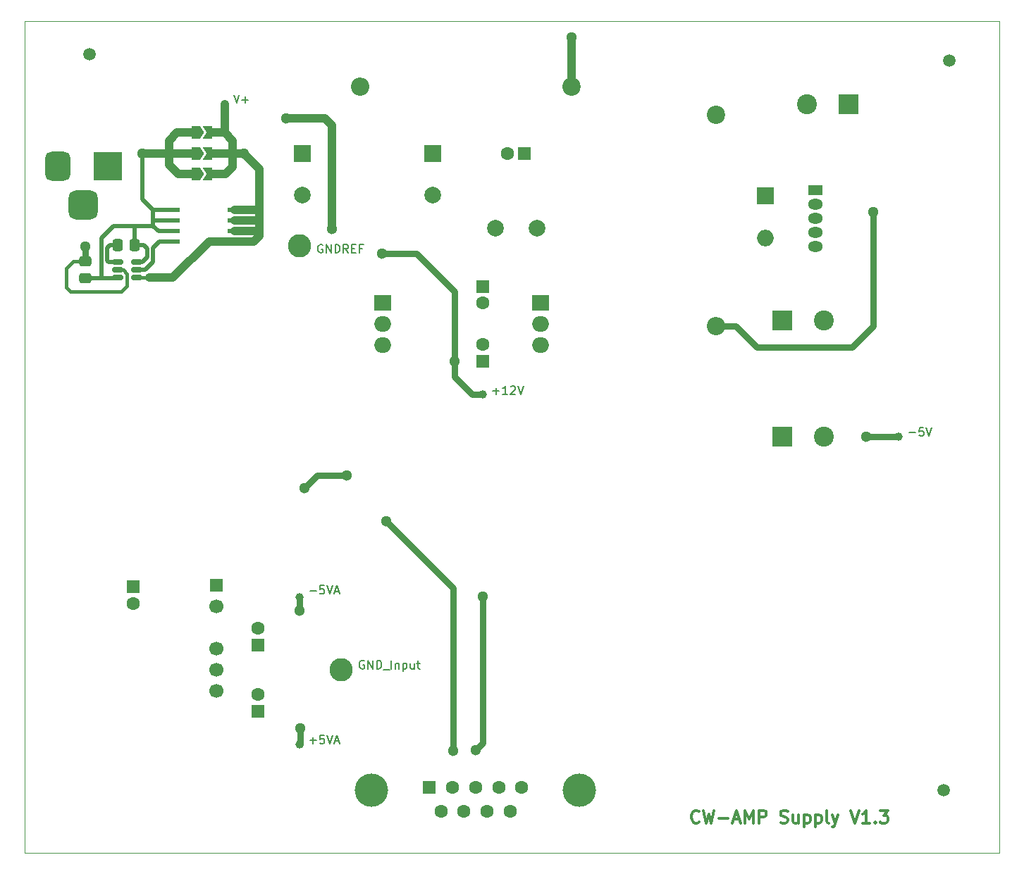
<source format=gbr>
G04 #@! TF.GenerationSoftware,KiCad,Pcbnew,7.0.2-1.fc37*
G04 #@! TF.CreationDate,2023-07-20T12:52:39+02:00*
G04 #@! TF.ProjectId,office_amp,6f666669-6365-45f6-916d-702e6b696361,V1.3*
G04 #@! TF.SameCoordinates,Original*
G04 #@! TF.FileFunction,Profile,NP*
%FSLAX46Y46*%
G04 Gerber Fmt 4.6, Leading zero omitted, Abs format (unit mm)*
G04 Created by KiCad (PCBNEW 7.0.2-1.fc37) date 2023-07-20 12:52:39*
%MOMM*%
%LPD*%
G01*
G04 APERTURE LIST*
G04 Aperture macros list*
%AMRoundRect*
0 Rectangle with rounded corners*
0 $1 Rounding radius*
0 $2 $3 $4 $5 $6 $7 $8 $9 X,Y pos of 4 corners*
0 Add a 4 corners polygon primitive as box body*
4,1,4,$2,$3,$4,$5,$6,$7,$8,$9,$2,$3,0*
0 Add four circle primitives for the rounded corners*
1,1,$1+$1,$2,$3*
1,1,$1+$1,$4,$5*
1,1,$1+$1,$6,$7*
1,1,$1+$1,$8,$9*
0 Add four rect primitives between the rounded corners*
20,1,$1+$1,$2,$3,$4,$5,0*
20,1,$1+$1,$4,$5,$6,$7,0*
20,1,$1+$1,$6,$7,$8,$9,0*
20,1,$1+$1,$8,$9,$2,$3,0*%
%AMFreePoly0*
4,1,6,1.000000,0.000000,0.500000,-0.750000,-0.500000,-0.750000,-0.500000,0.750000,0.500000,0.750000,1.000000,0.000000,1.000000,0.000000,$1*%
%AMFreePoly1*
4,1,6,0.500000,-0.750000,-0.650000,-0.750000,-0.150000,0.000000,-0.650000,0.750000,0.500000,0.750000,0.500000,-0.750000,0.500000,-0.750000,$1*%
G04 Aperture macros list end*
G04 #@! TA.AperFunction,Profile*
%ADD10C,0.100000*%
G04 #@! TD*
%ADD11C,0.150000*%
G04 #@! TA.AperFunction,NonConductor*
%ADD12C,0.150000*%
G04 #@! TD*
%ADD13C,0.300000*%
G04 #@! TA.AperFunction,NonConductor*
%ADD14C,0.300000*%
G04 #@! TD*
G04 #@! TA.AperFunction,SMDPad,CuDef*
%ADD15FreePoly0,0.000000*%
G04 #@! TD*
G04 #@! TA.AperFunction,SMDPad,CuDef*
%ADD16FreePoly1,0.000000*%
G04 #@! TD*
G04 #@! TA.AperFunction,SMDPad,CuDef*
%ADD17R,1.750000X0.550000*%
G04 #@! TD*
G04 #@! TA.AperFunction,ComponentPad*
%ADD18R,3.500000X3.500000*%
G04 #@! TD*
G04 #@! TA.AperFunction,ComponentPad*
%ADD19RoundRect,0.750000X-0.750000X-1.000000X0.750000X-1.000000X0.750000X1.000000X-0.750000X1.000000X0*%
G04 #@! TD*
G04 #@! TA.AperFunction,ComponentPad*
%ADD20RoundRect,0.875000X-0.875000X-0.875000X0.875000X-0.875000X0.875000X0.875000X-0.875000X0.875000X0*%
G04 #@! TD*
G04 #@! TA.AperFunction,SMDPad,CuDef*
%ADD21RoundRect,0.150000X-0.512500X-0.150000X0.512500X-0.150000X0.512500X0.150000X-0.512500X0.150000X0*%
G04 #@! TD*
G04 #@! TA.AperFunction,ComponentPad*
%ADD22R,2.400000X2.400000*%
G04 #@! TD*
G04 #@! TA.AperFunction,ComponentPad*
%ADD23C,2.400000*%
G04 #@! TD*
G04 #@! TA.AperFunction,ComponentPad*
%ADD24R,1.600000X1.600000*%
G04 #@! TD*
G04 #@! TA.AperFunction,ComponentPad*
%ADD25C,1.600000*%
G04 #@! TD*
G04 #@! TA.AperFunction,ComponentPad*
%ADD26C,1.700000*%
G04 #@! TD*
G04 #@! TA.AperFunction,ComponentPad*
%ADD27R,2.000000X1.905000*%
G04 #@! TD*
G04 #@! TA.AperFunction,ComponentPad*
%ADD28O,2.000000X1.905000*%
G04 #@! TD*
G04 #@! TA.AperFunction,ComponentPad*
%ADD29R,2.000000X2.000000*%
G04 #@! TD*
G04 #@! TA.AperFunction,ComponentPad*
%ADD30C,2.000000*%
G04 #@! TD*
G04 #@! TA.AperFunction,ComponentPad*
%ADD31O,2.000000X2.000000*%
G04 #@! TD*
G04 #@! TA.AperFunction,ComponentPad*
%ADD32R,1.800000X1.275000*%
G04 #@! TD*
G04 #@! TA.AperFunction,ComponentPad*
%ADD33O,1.800000X1.275000*%
G04 #@! TD*
G04 #@! TA.AperFunction,SMDPad,CuDef*
%ADD34RoundRect,0.250000X0.337500X0.475000X-0.337500X0.475000X-0.337500X-0.475000X0.337500X-0.475000X0*%
G04 #@! TD*
G04 #@! TA.AperFunction,SMDPad,CuDef*
%ADD35RoundRect,0.250000X0.475000X-0.337500X0.475000X0.337500X-0.475000X0.337500X-0.475000X-0.337500X0*%
G04 #@! TD*
G04 #@! TA.AperFunction,ComponentPad*
%ADD36C,2.200000*%
G04 #@! TD*
G04 #@! TA.AperFunction,ComponentPad*
%ADD37O,2.200000X2.200000*%
G04 #@! TD*
G04 #@! TA.AperFunction,ComponentPad*
%ADD38C,4.000000*%
G04 #@! TD*
G04 #@! TA.AperFunction,ComponentPad*
%ADD39C,2.800000*%
G04 #@! TD*
G04 #@! TA.AperFunction,SMDPad,CuDef*
%ADD40C,1.500000*%
G04 #@! TD*
G04 #@! TA.AperFunction,SMDPad,CuDef*
%ADD41C,1.000000*%
G04 #@! TD*
G04 #@! TA.AperFunction,ViaPad*
%ADD42C,1.300000*%
G04 #@! TD*
G04 #@! TA.AperFunction,Conductor*
%ADD43C,0.500000*%
G04 #@! TD*
G04 #@! TA.AperFunction,Conductor*
%ADD44C,1.000000*%
G04 #@! TD*
G04 #@! TA.AperFunction,Conductor*
%ADD45C,0.800000*%
G04 #@! TD*
G04 #@! TA.AperFunction,Conductor*
%ADD46C,0.400000*%
G04 #@! TD*
%ADD47C,0.350000*%
%ADD48O,1.000000X3.000000*%
%ADD49O,3.000000X1.000000*%
G04 APERTURE END LIST*
D10*
X90000000Y-58000000D02*
X207100000Y-58000000D01*
X207100000Y-158000000D02*
X90000000Y-158000000D01*
X207100000Y-58000000D02*
X207100000Y-158000000D01*
X90000000Y-158000000D02*
X90000000Y-58000000D01*
D11*
D12*
X130761904Y-134925238D02*
X130666666Y-134877619D01*
X130666666Y-134877619D02*
X130523809Y-134877619D01*
X130523809Y-134877619D02*
X130380952Y-134925238D01*
X130380952Y-134925238D02*
X130285714Y-135020476D01*
X130285714Y-135020476D02*
X130238095Y-135115714D01*
X130238095Y-135115714D02*
X130190476Y-135306190D01*
X130190476Y-135306190D02*
X130190476Y-135449047D01*
X130190476Y-135449047D02*
X130238095Y-135639523D01*
X130238095Y-135639523D02*
X130285714Y-135734761D01*
X130285714Y-135734761D02*
X130380952Y-135830000D01*
X130380952Y-135830000D02*
X130523809Y-135877619D01*
X130523809Y-135877619D02*
X130619047Y-135877619D01*
X130619047Y-135877619D02*
X130761904Y-135830000D01*
X130761904Y-135830000D02*
X130809523Y-135782380D01*
X130809523Y-135782380D02*
X130809523Y-135449047D01*
X130809523Y-135449047D02*
X130619047Y-135449047D01*
X131238095Y-135877619D02*
X131238095Y-134877619D01*
X131238095Y-134877619D02*
X131809523Y-135877619D01*
X131809523Y-135877619D02*
X131809523Y-134877619D01*
X132285714Y-135877619D02*
X132285714Y-134877619D01*
X132285714Y-134877619D02*
X132523809Y-134877619D01*
X132523809Y-134877619D02*
X132666666Y-134925238D01*
X132666666Y-134925238D02*
X132761904Y-135020476D01*
X132761904Y-135020476D02*
X132809523Y-135115714D01*
X132809523Y-135115714D02*
X132857142Y-135306190D01*
X132857142Y-135306190D02*
X132857142Y-135449047D01*
X132857142Y-135449047D02*
X132809523Y-135639523D01*
X132809523Y-135639523D02*
X132761904Y-135734761D01*
X132761904Y-135734761D02*
X132666666Y-135830000D01*
X132666666Y-135830000D02*
X132523809Y-135877619D01*
X132523809Y-135877619D02*
X132285714Y-135877619D01*
X133047619Y-135972857D02*
X133809523Y-135972857D01*
X134047619Y-135877619D02*
X134047619Y-134877619D01*
X134523809Y-135210952D02*
X134523809Y-135877619D01*
X134523809Y-135306190D02*
X134571428Y-135258571D01*
X134571428Y-135258571D02*
X134666666Y-135210952D01*
X134666666Y-135210952D02*
X134809523Y-135210952D01*
X134809523Y-135210952D02*
X134904761Y-135258571D01*
X134904761Y-135258571D02*
X134952380Y-135353809D01*
X134952380Y-135353809D02*
X134952380Y-135877619D01*
X135428571Y-135210952D02*
X135428571Y-136210952D01*
X135428571Y-135258571D02*
X135523809Y-135210952D01*
X135523809Y-135210952D02*
X135714285Y-135210952D01*
X135714285Y-135210952D02*
X135809523Y-135258571D01*
X135809523Y-135258571D02*
X135857142Y-135306190D01*
X135857142Y-135306190D02*
X135904761Y-135401428D01*
X135904761Y-135401428D02*
X135904761Y-135687142D01*
X135904761Y-135687142D02*
X135857142Y-135782380D01*
X135857142Y-135782380D02*
X135809523Y-135830000D01*
X135809523Y-135830000D02*
X135714285Y-135877619D01*
X135714285Y-135877619D02*
X135523809Y-135877619D01*
X135523809Y-135877619D02*
X135428571Y-135830000D01*
X136761904Y-135210952D02*
X136761904Y-135877619D01*
X136333333Y-135210952D02*
X136333333Y-135734761D01*
X136333333Y-135734761D02*
X136380952Y-135830000D01*
X136380952Y-135830000D02*
X136476190Y-135877619D01*
X136476190Y-135877619D02*
X136619047Y-135877619D01*
X136619047Y-135877619D02*
X136714285Y-135830000D01*
X136714285Y-135830000D02*
X136761904Y-135782380D01*
X137095238Y-135210952D02*
X137476190Y-135210952D01*
X137238095Y-134877619D02*
X137238095Y-135734761D01*
X137238095Y-135734761D02*
X137285714Y-135830000D01*
X137285714Y-135830000D02*
X137380952Y-135877619D01*
X137380952Y-135877619D02*
X137476190Y-135877619D01*
D11*
D12*
X124238095Y-126496666D02*
X125000000Y-126496666D01*
X125952380Y-125877619D02*
X125476190Y-125877619D01*
X125476190Y-125877619D02*
X125428571Y-126353809D01*
X125428571Y-126353809D02*
X125476190Y-126306190D01*
X125476190Y-126306190D02*
X125571428Y-126258571D01*
X125571428Y-126258571D02*
X125809523Y-126258571D01*
X125809523Y-126258571D02*
X125904761Y-126306190D01*
X125904761Y-126306190D02*
X125952380Y-126353809D01*
X125952380Y-126353809D02*
X125999999Y-126449047D01*
X125999999Y-126449047D02*
X125999999Y-126687142D01*
X125999999Y-126687142D02*
X125952380Y-126782380D01*
X125952380Y-126782380D02*
X125904761Y-126830000D01*
X125904761Y-126830000D02*
X125809523Y-126877619D01*
X125809523Y-126877619D02*
X125571428Y-126877619D01*
X125571428Y-126877619D02*
X125476190Y-126830000D01*
X125476190Y-126830000D02*
X125428571Y-126782380D01*
X126285714Y-125877619D02*
X126619047Y-126877619D01*
X126619047Y-126877619D02*
X126952380Y-125877619D01*
X127238095Y-126591904D02*
X127714285Y-126591904D01*
X127142857Y-126877619D02*
X127476190Y-125877619D01*
X127476190Y-125877619D02*
X127809523Y-126877619D01*
D11*
D12*
X115095238Y-66877619D02*
X115428571Y-67877619D01*
X115428571Y-67877619D02*
X115761904Y-66877619D01*
X116095238Y-67496666D02*
X116857143Y-67496666D01*
X116476190Y-67877619D02*
X116476190Y-67115714D01*
D11*
D12*
X125761904Y-84925238D02*
X125666666Y-84877619D01*
X125666666Y-84877619D02*
X125523809Y-84877619D01*
X125523809Y-84877619D02*
X125380952Y-84925238D01*
X125380952Y-84925238D02*
X125285714Y-85020476D01*
X125285714Y-85020476D02*
X125238095Y-85115714D01*
X125238095Y-85115714D02*
X125190476Y-85306190D01*
X125190476Y-85306190D02*
X125190476Y-85449047D01*
X125190476Y-85449047D02*
X125238095Y-85639523D01*
X125238095Y-85639523D02*
X125285714Y-85734761D01*
X125285714Y-85734761D02*
X125380952Y-85830000D01*
X125380952Y-85830000D02*
X125523809Y-85877619D01*
X125523809Y-85877619D02*
X125619047Y-85877619D01*
X125619047Y-85877619D02*
X125761904Y-85830000D01*
X125761904Y-85830000D02*
X125809523Y-85782380D01*
X125809523Y-85782380D02*
X125809523Y-85449047D01*
X125809523Y-85449047D02*
X125619047Y-85449047D01*
X126238095Y-85877619D02*
X126238095Y-84877619D01*
X126238095Y-84877619D02*
X126809523Y-85877619D01*
X126809523Y-85877619D02*
X126809523Y-84877619D01*
X127285714Y-85877619D02*
X127285714Y-84877619D01*
X127285714Y-84877619D02*
X127523809Y-84877619D01*
X127523809Y-84877619D02*
X127666666Y-84925238D01*
X127666666Y-84925238D02*
X127761904Y-85020476D01*
X127761904Y-85020476D02*
X127809523Y-85115714D01*
X127809523Y-85115714D02*
X127857142Y-85306190D01*
X127857142Y-85306190D02*
X127857142Y-85449047D01*
X127857142Y-85449047D02*
X127809523Y-85639523D01*
X127809523Y-85639523D02*
X127761904Y-85734761D01*
X127761904Y-85734761D02*
X127666666Y-85830000D01*
X127666666Y-85830000D02*
X127523809Y-85877619D01*
X127523809Y-85877619D02*
X127285714Y-85877619D01*
X128857142Y-85877619D02*
X128523809Y-85401428D01*
X128285714Y-85877619D02*
X128285714Y-84877619D01*
X128285714Y-84877619D02*
X128666666Y-84877619D01*
X128666666Y-84877619D02*
X128761904Y-84925238D01*
X128761904Y-84925238D02*
X128809523Y-84972857D01*
X128809523Y-84972857D02*
X128857142Y-85068095D01*
X128857142Y-85068095D02*
X128857142Y-85210952D01*
X128857142Y-85210952D02*
X128809523Y-85306190D01*
X128809523Y-85306190D02*
X128761904Y-85353809D01*
X128761904Y-85353809D02*
X128666666Y-85401428D01*
X128666666Y-85401428D02*
X128285714Y-85401428D01*
X129285714Y-85353809D02*
X129619047Y-85353809D01*
X129761904Y-85877619D02*
X129285714Y-85877619D01*
X129285714Y-85877619D02*
X129285714Y-84877619D01*
X129285714Y-84877619D02*
X129761904Y-84877619D01*
X130523809Y-85353809D02*
X130190476Y-85353809D01*
X130190476Y-85877619D02*
X130190476Y-84877619D01*
X130190476Y-84877619D02*
X130666666Y-84877619D01*
D11*
D12*
X146238095Y-102496666D02*
X147000000Y-102496666D01*
X146619047Y-102877619D02*
X146619047Y-102115714D01*
X147999999Y-102877619D02*
X147428571Y-102877619D01*
X147714285Y-102877619D02*
X147714285Y-101877619D01*
X147714285Y-101877619D02*
X147619047Y-102020476D01*
X147619047Y-102020476D02*
X147523809Y-102115714D01*
X147523809Y-102115714D02*
X147428571Y-102163333D01*
X148380952Y-101972857D02*
X148428571Y-101925238D01*
X148428571Y-101925238D02*
X148523809Y-101877619D01*
X148523809Y-101877619D02*
X148761904Y-101877619D01*
X148761904Y-101877619D02*
X148857142Y-101925238D01*
X148857142Y-101925238D02*
X148904761Y-101972857D01*
X148904761Y-101972857D02*
X148952380Y-102068095D01*
X148952380Y-102068095D02*
X148952380Y-102163333D01*
X148952380Y-102163333D02*
X148904761Y-102306190D01*
X148904761Y-102306190D02*
X148333333Y-102877619D01*
X148333333Y-102877619D02*
X148952380Y-102877619D01*
X149238095Y-101877619D02*
X149571428Y-102877619D01*
X149571428Y-102877619D02*
X149904761Y-101877619D01*
D11*
D12*
X196238095Y-107496666D02*
X197000000Y-107496666D01*
X197952380Y-106877619D02*
X197476190Y-106877619D01*
X197476190Y-106877619D02*
X197428571Y-107353809D01*
X197428571Y-107353809D02*
X197476190Y-107306190D01*
X197476190Y-107306190D02*
X197571428Y-107258571D01*
X197571428Y-107258571D02*
X197809523Y-107258571D01*
X197809523Y-107258571D02*
X197904761Y-107306190D01*
X197904761Y-107306190D02*
X197952380Y-107353809D01*
X197952380Y-107353809D02*
X197999999Y-107449047D01*
X197999999Y-107449047D02*
X197999999Y-107687142D01*
X197999999Y-107687142D02*
X197952380Y-107782380D01*
X197952380Y-107782380D02*
X197904761Y-107830000D01*
X197904761Y-107830000D02*
X197809523Y-107877619D01*
X197809523Y-107877619D02*
X197571428Y-107877619D01*
X197571428Y-107877619D02*
X197476190Y-107830000D01*
X197476190Y-107830000D02*
X197428571Y-107782380D01*
X198285714Y-106877619D02*
X198619047Y-107877619D01*
X198619047Y-107877619D02*
X198952380Y-106877619D01*
D13*
D14*
X171014285Y-154273571D02*
X170942857Y-154345000D01*
X170942857Y-154345000D02*
X170728571Y-154416428D01*
X170728571Y-154416428D02*
X170585714Y-154416428D01*
X170585714Y-154416428D02*
X170371428Y-154345000D01*
X170371428Y-154345000D02*
X170228571Y-154202142D01*
X170228571Y-154202142D02*
X170157142Y-154059285D01*
X170157142Y-154059285D02*
X170085714Y-153773571D01*
X170085714Y-153773571D02*
X170085714Y-153559285D01*
X170085714Y-153559285D02*
X170157142Y-153273571D01*
X170157142Y-153273571D02*
X170228571Y-153130714D01*
X170228571Y-153130714D02*
X170371428Y-152987857D01*
X170371428Y-152987857D02*
X170585714Y-152916428D01*
X170585714Y-152916428D02*
X170728571Y-152916428D01*
X170728571Y-152916428D02*
X170942857Y-152987857D01*
X170942857Y-152987857D02*
X171014285Y-153059285D01*
X171514285Y-152916428D02*
X171871428Y-154416428D01*
X171871428Y-154416428D02*
X172157142Y-153345000D01*
X172157142Y-153345000D02*
X172442857Y-154416428D01*
X172442857Y-154416428D02*
X172800000Y-152916428D01*
X173371428Y-153845000D02*
X174514286Y-153845000D01*
X175157143Y-153987857D02*
X175871429Y-153987857D01*
X175014286Y-154416428D02*
X175514286Y-152916428D01*
X175514286Y-152916428D02*
X176014286Y-154416428D01*
X176514285Y-154416428D02*
X176514285Y-152916428D01*
X176514285Y-152916428D02*
X177014285Y-153987857D01*
X177014285Y-153987857D02*
X177514285Y-152916428D01*
X177514285Y-152916428D02*
X177514285Y-154416428D01*
X178228571Y-154416428D02*
X178228571Y-152916428D01*
X178228571Y-152916428D02*
X178800000Y-152916428D01*
X178800000Y-152916428D02*
X178942857Y-152987857D01*
X178942857Y-152987857D02*
X179014286Y-153059285D01*
X179014286Y-153059285D02*
X179085714Y-153202142D01*
X179085714Y-153202142D02*
X179085714Y-153416428D01*
X179085714Y-153416428D02*
X179014286Y-153559285D01*
X179014286Y-153559285D02*
X178942857Y-153630714D01*
X178942857Y-153630714D02*
X178800000Y-153702142D01*
X178800000Y-153702142D02*
X178228571Y-153702142D01*
X180800000Y-154345000D02*
X181014286Y-154416428D01*
X181014286Y-154416428D02*
X181371428Y-154416428D01*
X181371428Y-154416428D02*
X181514286Y-154345000D01*
X181514286Y-154345000D02*
X181585714Y-154273571D01*
X181585714Y-154273571D02*
X181657143Y-154130714D01*
X181657143Y-154130714D02*
X181657143Y-153987857D01*
X181657143Y-153987857D02*
X181585714Y-153845000D01*
X181585714Y-153845000D02*
X181514286Y-153773571D01*
X181514286Y-153773571D02*
X181371428Y-153702142D01*
X181371428Y-153702142D02*
X181085714Y-153630714D01*
X181085714Y-153630714D02*
X180942857Y-153559285D01*
X180942857Y-153559285D02*
X180871428Y-153487857D01*
X180871428Y-153487857D02*
X180800000Y-153345000D01*
X180800000Y-153345000D02*
X180800000Y-153202142D01*
X180800000Y-153202142D02*
X180871428Y-153059285D01*
X180871428Y-153059285D02*
X180942857Y-152987857D01*
X180942857Y-152987857D02*
X181085714Y-152916428D01*
X181085714Y-152916428D02*
X181442857Y-152916428D01*
X181442857Y-152916428D02*
X181657143Y-152987857D01*
X182942857Y-153416428D02*
X182942857Y-154416428D01*
X182299999Y-153416428D02*
X182299999Y-154202142D01*
X182299999Y-154202142D02*
X182371428Y-154345000D01*
X182371428Y-154345000D02*
X182514285Y-154416428D01*
X182514285Y-154416428D02*
X182728571Y-154416428D01*
X182728571Y-154416428D02*
X182871428Y-154345000D01*
X182871428Y-154345000D02*
X182942857Y-154273571D01*
X183657142Y-153416428D02*
X183657142Y-154916428D01*
X183657142Y-153487857D02*
X183800000Y-153416428D01*
X183800000Y-153416428D02*
X184085714Y-153416428D01*
X184085714Y-153416428D02*
X184228571Y-153487857D01*
X184228571Y-153487857D02*
X184300000Y-153559285D01*
X184300000Y-153559285D02*
X184371428Y-153702142D01*
X184371428Y-153702142D02*
X184371428Y-154130714D01*
X184371428Y-154130714D02*
X184300000Y-154273571D01*
X184300000Y-154273571D02*
X184228571Y-154345000D01*
X184228571Y-154345000D02*
X184085714Y-154416428D01*
X184085714Y-154416428D02*
X183800000Y-154416428D01*
X183800000Y-154416428D02*
X183657142Y-154345000D01*
X185014285Y-153416428D02*
X185014285Y-154916428D01*
X185014285Y-153487857D02*
X185157143Y-153416428D01*
X185157143Y-153416428D02*
X185442857Y-153416428D01*
X185442857Y-153416428D02*
X185585714Y-153487857D01*
X185585714Y-153487857D02*
X185657143Y-153559285D01*
X185657143Y-153559285D02*
X185728571Y-153702142D01*
X185728571Y-153702142D02*
X185728571Y-154130714D01*
X185728571Y-154130714D02*
X185657143Y-154273571D01*
X185657143Y-154273571D02*
X185585714Y-154345000D01*
X185585714Y-154345000D02*
X185442857Y-154416428D01*
X185442857Y-154416428D02*
X185157143Y-154416428D01*
X185157143Y-154416428D02*
X185014285Y-154345000D01*
X186585714Y-154416428D02*
X186442857Y-154345000D01*
X186442857Y-154345000D02*
X186371428Y-154202142D01*
X186371428Y-154202142D02*
X186371428Y-152916428D01*
X187014285Y-153416428D02*
X187371428Y-154416428D01*
X187728571Y-153416428D02*
X187371428Y-154416428D01*
X187371428Y-154416428D02*
X187228571Y-154773571D01*
X187228571Y-154773571D02*
X187157142Y-154845000D01*
X187157142Y-154845000D02*
X187014285Y-154916428D01*
X189228571Y-152916428D02*
X189728571Y-154416428D01*
X189728571Y-154416428D02*
X190228571Y-152916428D01*
X191514285Y-154416428D02*
X190657142Y-154416428D01*
X191085713Y-154416428D02*
X191085713Y-152916428D01*
X191085713Y-152916428D02*
X190942856Y-153130714D01*
X190942856Y-153130714D02*
X190799999Y-153273571D01*
X190799999Y-153273571D02*
X190657142Y-153345000D01*
X192157141Y-154273571D02*
X192228570Y-154345000D01*
X192228570Y-154345000D02*
X192157141Y-154416428D01*
X192157141Y-154416428D02*
X192085713Y-154345000D01*
X192085713Y-154345000D02*
X192157141Y-154273571D01*
X192157141Y-154273571D02*
X192157141Y-154416428D01*
X192728570Y-152916428D02*
X193657142Y-152916428D01*
X193657142Y-152916428D02*
X193157142Y-153487857D01*
X193157142Y-153487857D02*
X193371427Y-153487857D01*
X193371427Y-153487857D02*
X193514285Y-153559285D01*
X193514285Y-153559285D02*
X193585713Y-153630714D01*
X193585713Y-153630714D02*
X193657142Y-153773571D01*
X193657142Y-153773571D02*
X193657142Y-154130714D01*
X193657142Y-154130714D02*
X193585713Y-154273571D01*
X193585713Y-154273571D02*
X193514285Y-154345000D01*
X193514285Y-154345000D02*
X193371427Y-154416428D01*
X193371427Y-154416428D02*
X192942856Y-154416428D01*
X192942856Y-154416428D02*
X192799999Y-154345000D01*
X192799999Y-154345000D02*
X192728570Y-154273571D01*
D11*
D12*
X124238095Y-144496666D02*
X125000000Y-144496666D01*
X124619047Y-144877619D02*
X124619047Y-144115714D01*
X125952380Y-143877619D02*
X125476190Y-143877619D01*
X125476190Y-143877619D02*
X125428571Y-144353809D01*
X125428571Y-144353809D02*
X125476190Y-144306190D01*
X125476190Y-144306190D02*
X125571428Y-144258571D01*
X125571428Y-144258571D02*
X125809523Y-144258571D01*
X125809523Y-144258571D02*
X125904761Y-144306190D01*
X125904761Y-144306190D02*
X125952380Y-144353809D01*
X125952380Y-144353809D02*
X125999999Y-144449047D01*
X125999999Y-144449047D02*
X125999999Y-144687142D01*
X125999999Y-144687142D02*
X125952380Y-144782380D01*
X125952380Y-144782380D02*
X125904761Y-144830000D01*
X125904761Y-144830000D02*
X125809523Y-144877619D01*
X125809523Y-144877619D02*
X125571428Y-144877619D01*
X125571428Y-144877619D02*
X125476190Y-144830000D01*
X125476190Y-144830000D02*
X125428571Y-144782380D01*
X126285714Y-143877619D02*
X126619047Y-144877619D01*
X126619047Y-144877619D02*
X126952380Y-143877619D01*
X127238095Y-144591904D02*
X127714285Y-144591904D01*
X127142857Y-144877619D02*
X127476190Y-143877619D01*
X127476190Y-143877619D02*
X127809523Y-144877619D01*
D15*
X110550000Y-71417677D03*
D16*
X112000000Y-71417677D03*
D17*
X115175000Y-80717677D03*
X115175000Y-81987677D03*
X115175000Y-83257677D03*
X115175000Y-84527677D03*
X107775000Y-84527677D03*
X107775000Y-80717677D03*
X107775000Y-81987677D03*
X107775000Y-83257677D03*
D18*
X100000000Y-75460177D03*
D19*
X94000000Y-75460177D03*
D20*
X97000000Y-80160177D03*
D21*
X101137500Y-86967677D03*
X101137500Y-87917677D03*
X101137500Y-88867677D03*
X103412500Y-88867677D03*
X103412500Y-87917677D03*
X103412500Y-86967677D03*
D22*
X181000000Y-94000000D03*
D23*
X186000000Y-94000000D03*
D24*
X103000000Y-126000000D03*
D25*
X103000000Y-128000000D03*
D24*
X113000000Y-125840000D03*
D26*
X113000000Y-128380000D03*
X113000000Y-133460000D03*
X113000000Y-136000000D03*
X113000000Y-138540000D03*
D27*
X152000000Y-91920000D03*
D28*
X152000000Y-94460000D03*
X152000000Y-97000000D03*
D24*
X150000000Y-73920000D03*
D25*
X148000000Y-73920000D03*
D29*
X123300000Y-73950000D03*
D30*
X123300000Y-78950000D03*
D22*
X181000000Y-108000000D03*
D23*
X186000000Y-108000000D03*
D29*
X139000000Y-73920000D03*
D30*
X139000000Y-78920000D03*
D29*
X179000000Y-79000000D03*
D31*
X179000000Y-84080000D03*
D32*
X185000000Y-78300000D03*
D33*
X185000000Y-80000000D03*
X185000000Y-81700000D03*
X185000000Y-83400000D03*
X185000000Y-85100000D03*
D15*
X110550000Y-73917677D03*
D16*
X112000000Y-73917677D03*
D34*
X103225000Y-84917677D03*
X101150000Y-84917677D03*
D35*
X97275000Y-88955177D03*
X97275000Y-86880177D03*
D22*
X189000000Y-68000000D03*
D23*
X184000000Y-68000000D03*
D24*
X145000000Y-98920000D03*
D25*
X145000000Y-96920000D03*
D36*
X173000000Y-69300000D03*
D37*
X173000000Y-94700000D03*
D24*
X145000000Y-89920000D03*
D25*
X145000000Y-91920000D03*
D36*
X155700000Y-65920000D03*
D37*
X130300000Y-65920000D03*
D24*
X118000000Y-133000000D03*
D25*
X118000000Y-131000000D03*
D24*
X118000000Y-141000000D03*
D25*
X118000000Y-139000000D03*
D38*
X131655000Y-150460000D03*
X156655000Y-150460000D03*
D24*
X138615000Y-150160000D03*
D25*
X141385000Y-150160000D03*
X144155000Y-150160000D03*
X146925000Y-150160000D03*
X149695000Y-150160000D03*
X140000000Y-153000000D03*
X142770000Y-153000000D03*
X145540000Y-153000000D03*
X148310000Y-153000000D03*
D39*
X123000000Y-85000000D03*
X128000000Y-136000000D03*
D15*
X110550000Y-76417677D03*
D16*
X112000000Y-76417677D03*
D40*
X97800000Y-62000000D03*
D41*
X114000000Y-68000000D03*
D40*
X201100000Y-62800000D03*
D41*
X195000000Y-108000000D03*
D30*
X151500000Y-82920000D03*
X146500000Y-82920000D03*
D41*
X123000000Y-145000000D03*
D27*
X133000000Y-91920000D03*
D28*
X133000000Y-94460000D03*
X133000000Y-97000000D03*
D40*
X200400000Y-150500000D03*
D41*
X145000000Y-102920000D03*
X123000000Y-127300000D03*
D42*
X123600000Y-114150000D03*
X155700000Y-59950000D03*
X116300000Y-73917677D03*
X128700000Y-112650000D03*
X121400000Y-69700000D03*
X126900000Y-83000000D03*
X133400000Y-118100000D03*
X141450000Y-145700000D03*
X123050000Y-143050000D03*
X123000000Y-128900000D03*
X104100000Y-73917677D03*
X191100000Y-108000000D03*
X191950000Y-81000000D03*
X97300000Y-85117677D03*
X132900000Y-85950000D03*
X145000000Y-127200000D03*
X144150000Y-145650000D03*
X141600000Y-98950000D03*
D43*
X100100000Y-86967677D02*
X99900000Y-86767677D01*
X101137500Y-86967677D02*
X100100000Y-86967677D01*
X99900000Y-86767677D02*
X99900000Y-85267677D01*
X101150000Y-84917677D02*
X100250000Y-84917677D01*
X100250000Y-84917677D02*
X99900000Y-85267677D01*
D44*
X115000000Y-73917677D02*
X116300000Y-73917677D01*
X118200000Y-75817677D02*
X116300000Y-73917677D01*
D45*
X125100000Y-112650000D02*
X123600000Y-114150000D01*
D44*
X115175000Y-84527677D02*
X112140000Y-84527677D01*
D46*
X112000000Y-76417677D02*
X112700000Y-76417677D01*
D44*
X126900000Y-70550000D02*
X126900000Y-83000000D01*
X118200000Y-80667677D02*
X118200000Y-75817677D01*
X117490000Y-84527677D02*
X118200000Y-83817677D01*
X118150000Y-80717677D02*
X118200000Y-80667677D01*
X121400000Y-69700000D02*
X126050000Y-69700000D01*
D45*
X128700000Y-112650000D02*
X125100000Y-112650000D01*
D44*
X115000000Y-73917677D02*
X115000000Y-75517677D01*
X118180000Y-81987677D02*
X118200000Y-81967677D01*
X114000000Y-71417677D02*
X114000000Y-68000000D01*
X114100000Y-76417677D02*
X112700000Y-76417677D01*
D46*
X103412500Y-88867677D02*
X105000000Y-88867677D01*
X112000000Y-73917677D02*
X112700000Y-73917677D01*
D44*
X115000000Y-72417677D02*
X115000000Y-73917677D01*
X126050000Y-69700000D02*
X126900000Y-70550000D01*
X112140000Y-84527677D02*
X107800000Y-88867677D01*
X115175000Y-80717677D02*
X118150000Y-80717677D01*
X107800000Y-88867677D02*
X105000000Y-88867677D01*
X118200000Y-83817677D02*
X118200000Y-83217677D01*
X112700000Y-71417677D02*
X114000000Y-71417677D01*
X115175000Y-83257677D02*
X118160000Y-83257677D01*
X115175000Y-84527677D02*
X117490000Y-84527677D01*
X155700000Y-65920000D02*
X155700000Y-59950000D01*
X115000000Y-73917677D02*
X112700000Y-73917677D01*
D46*
X112000000Y-71417677D02*
X112700000Y-71417677D01*
D44*
X118200000Y-81967677D02*
X118200000Y-80667677D01*
X115000000Y-72417677D02*
X114000000Y-71417677D01*
X118200000Y-83217677D02*
X118200000Y-81967677D01*
X115175000Y-81987677D02*
X118180000Y-81987677D01*
X118160000Y-83257677D02*
X118200000Y-83217677D01*
X115000000Y-75517677D02*
X114100000Y-76417677D01*
D45*
X133400000Y-118100000D02*
X140350000Y-125050000D01*
X140350000Y-125050000D02*
X141450000Y-126150000D01*
X141450000Y-126150000D02*
X141450000Y-145700000D01*
X123050000Y-144950000D02*
X123000000Y-145000000D01*
X123050000Y-143050000D02*
X123050000Y-144950000D01*
X123000000Y-128900000D02*
X123000000Y-127300000D01*
D43*
X103225000Y-84917677D02*
X103225000Y-82642677D01*
D44*
X107300000Y-73917677D02*
X110550000Y-73917677D01*
D43*
X105470000Y-81987677D02*
X105400000Y-81917677D01*
X104100000Y-79417677D02*
X104100000Y-73917677D01*
X103412500Y-86967677D02*
X104150000Y-86967677D01*
D44*
X107300000Y-73917677D02*
X107300000Y-75317677D01*
X108300000Y-71417677D02*
X107300000Y-72417677D01*
D43*
X99200000Y-88955177D02*
X101050000Y-88955177D01*
X100650000Y-82617677D02*
X99200000Y-84067677D01*
D44*
X110550000Y-71417677D02*
X108300000Y-71417677D01*
D43*
X105400000Y-81917677D02*
X105400000Y-82617677D01*
X105400000Y-80717677D02*
X105400000Y-81917677D01*
X105400000Y-80717677D02*
X104100000Y-79417677D01*
X104700000Y-85367677D02*
X104250000Y-84917677D01*
X97275000Y-88955177D02*
X99200000Y-88955177D01*
D44*
X107300000Y-72417677D02*
X107300000Y-73917677D01*
D43*
X103225000Y-84917677D02*
X104250000Y-84917677D01*
X107775000Y-80717677D02*
X105400000Y-80717677D01*
X107775000Y-81987677D02*
X105470000Y-81987677D01*
X105400000Y-82617677D02*
X103250000Y-82617677D01*
X104150000Y-86967677D02*
X104700000Y-86417677D01*
X103225000Y-82642677D02*
X103250000Y-82617677D01*
X105400000Y-82617677D02*
X106040000Y-83257677D01*
X104700000Y-86417677D02*
X104700000Y-85367677D01*
X101050000Y-88955177D02*
X101137500Y-88867677D01*
X99200000Y-84067677D02*
X99200000Y-88955177D01*
D44*
X108400000Y-76417677D02*
X110550000Y-76417677D01*
D43*
X106040000Y-83257677D02*
X107775000Y-83257677D01*
D44*
X107300000Y-75317677D02*
X108400000Y-76417677D01*
X107300000Y-73917677D02*
X104100000Y-73917677D01*
D43*
X103250000Y-82617677D02*
X100650000Y-82617677D01*
D45*
X191100000Y-108000000D02*
X195000000Y-108000000D01*
D46*
X101600000Y-90517677D02*
X95500000Y-90517677D01*
X102300000Y-89817677D02*
X101600000Y-90517677D01*
D45*
X177950000Y-97250000D02*
X181000000Y-97250000D01*
D46*
X102300000Y-88417677D02*
X102300000Y-89817677D01*
X95000000Y-90017677D02*
X95000000Y-87717677D01*
D45*
X189350000Y-97250000D02*
X191950000Y-94650000D01*
X173000000Y-94700000D02*
X175400000Y-94700000D01*
D46*
X95000000Y-87717677D02*
X95837500Y-86880177D01*
D45*
X175400000Y-94700000D02*
X177950000Y-97250000D01*
X97275000Y-86880177D02*
X97275000Y-85142677D01*
D46*
X101137500Y-87917677D02*
X101800000Y-87917677D01*
X101800000Y-87917677D02*
X102300000Y-88417677D01*
D45*
X181000000Y-97250000D02*
X189350000Y-97250000D01*
X191950000Y-94650000D02*
X191950000Y-81000000D01*
X97275000Y-85142677D02*
X97300000Y-85117677D01*
D46*
X95500000Y-90517677D02*
X95000000Y-90017677D01*
X95837500Y-86880177D02*
X97275000Y-86880177D01*
D45*
X143720000Y-102920000D02*
X145000000Y-102920000D01*
X145000000Y-127200000D02*
X145000000Y-144800000D01*
X141600000Y-100800000D02*
X143720000Y-102920000D01*
X141600000Y-98950000D02*
X141600000Y-100800000D01*
X137050000Y-85950000D02*
X132900000Y-85950000D01*
X141600000Y-98950000D02*
X141600000Y-95200000D01*
X141600000Y-90500000D02*
X137050000Y-85950000D01*
X141600000Y-95200000D02*
X141600000Y-90500000D01*
X145000000Y-144800000D02*
X144150000Y-145650000D01*
D43*
X106190000Y-84527677D02*
X107775000Y-84527677D01*
X103412500Y-87917677D02*
X104500000Y-87917677D01*
X105400000Y-87017677D02*
X105400000Y-85317677D01*
X104500000Y-87917677D02*
X105400000Y-87017677D01*
X105400000Y-85317677D02*
X106190000Y-84527677D01*
D47*
X123600000Y-114150000D03*
X155700000Y-59950000D03*
X116300000Y-73917677D03*
X128700000Y-112650000D03*
X121400000Y-69700000D03*
X126900000Y-83000000D03*
X133400000Y-118100000D03*
X141450000Y-145700000D03*
X123050000Y-143050000D03*
X123000000Y-128900000D03*
X104100000Y-73917677D03*
X191100000Y-108000000D03*
X191950000Y-81000000D03*
X97300000Y-85117677D03*
X132900000Y-85950000D03*
X145000000Y-127200000D03*
X144150000Y-145650000D03*
X141600000Y-98950000D03*
D48*
X100000000Y-75460177D03*
X94000000Y-75460177D03*
D49*
X97000000Y-80160177D03*
D47*
X181000000Y-94000000D03*
X186000000Y-94000000D03*
X103000000Y-126000000D03*
X103000000Y-128000000D03*
X113000000Y-125840000D03*
X113000000Y-128380000D03*
X113000000Y-133460000D03*
X113000000Y-136000000D03*
X113000000Y-138540000D03*
X152000000Y-91920000D03*
X152000000Y-94460000D03*
X152000000Y-97000000D03*
X150000000Y-73920000D03*
X148000000Y-73920000D03*
X123300000Y-73950000D03*
X123300000Y-78950000D03*
X181000000Y-108000000D03*
X186000000Y-108000000D03*
X139000000Y-73920000D03*
X139000000Y-78920000D03*
X179000000Y-79000000D03*
X179000000Y-84080000D03*
X185000000Y-78300000D03*
X185000000Y-80000000D03*
X185000000Y-81700000D03*
X185000000Y-83400000D03*
X185000000Y-85100000D03*
X189000000Y-68000000D03*
X184000000Y-68000000D03*
X145000000Y-98920000D03*
X145000000Y-96920000D03*
X173000000Y-69300000D03*
X173000000Y-94700000D03*
X145000000Y-89920000D03*
X145000000Y-91920000D03*
X155700000Y-65920000D03*
X130300000Y-65920000D03*
X118000000Y-133000000D03*
X118000000Y-131000000D03*
X118000000Y-141000000D03*
X118000000Y-139000000D03*
X131655000Y-150460000D03*
X156655000Y-150460000D03*
X138615000Y-150160000D03*
X141385000Y-150160000D03*
X144155000Y-150160000D03*
X146925000Y-150160000D03*
X149695000Y-150160000D03*
X140000000Y-153000000D03*
X142770000Y-153000000D03*
X145540000Y-153000000D03*
X148310000Y-153000000D03*
X123000000Y-85000000D03*
X128000000Y-136000000D03*
X151500000Y-82920000D03*
X146500000Y-82920000D03*
X133000000Y-91920000D03*
X133000000Y-94460000D03*
X133000000Y-97000000D03*
M02*

</source>
